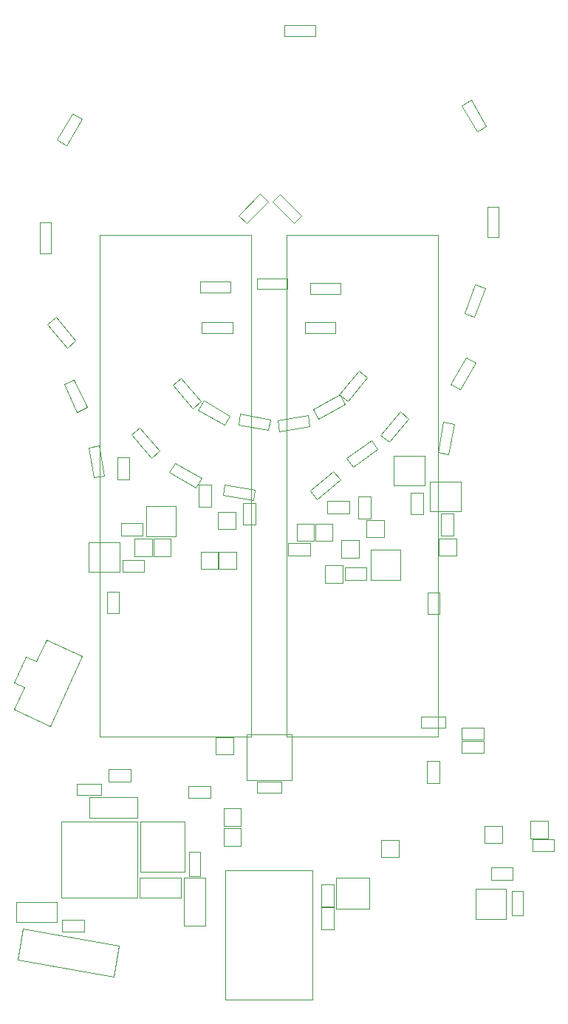
<source format=gbr>
G04 #@! TF.GenerationSoftware,KiCad,Pcbnew,5.1.5*
G04 #@! TF.CreationDate,2019-12-22T23:03:36+01:00*
G04 #@! TF.ProjectId,hh2020v1,68683230-3230-4763-912e-6b696361645f,rev?*
G04 #@! TF.SameCoordinates,Original*
G04 #@! TF.FileFunction,Other,User*
%FSLAX46Y46*%
G04 Gerber Fmt 4.6, Leading zero omitted, Abs format (unit mm)*
G04 Created by KiCad (PCBNEW 5.1.5) date 2019-12-22 23:03:36*
%MOMM*%
%LPD*%
G04 APERTURE LIST*
%ADD10C,0.050000*%
%ADD11C,0.120000*%
G04 APERTURE END LIST*
D10*
X96254040Y-152862340D02*
X92854040Y-152862340D01*
X92854040Y-152862340D02*
X92854040Y-156362340D01*
X92854040Y-156362340D02*
X96254040Y-156362340D01*
X96254040Y-156362340D02*
X96254040Y-152862340D01*
D11*
X78014222Y-103500695D02*
X78731192Y-104524635D01*
X80881254Y-101493177D02*
X78014222Y-103500695D01*
X81598224Y-102517117D02*
X80881254Y-101493177D01*
X78731192Y-104524635D02*
X81598224Y-102517117D01*
X74427020Y-55144100D02*
X74427020Y-53894100D01*
X70927020Y-55144100D02*
X74427020Y-55144100D01*
X70927020Y-53894100D02*
X70927020Y-55144100D01*
X74427020Y-53894100D02*
X70927020Y-53894100D01*
X58341176Y-104075981D02*
X57716176Y-105158513D01*
X61372264Y-105825981D02*
X58341176Y-104075981D01*
X60747264Y-106908513D02*
X61372264Y-105825981D01*
X57716176Y-105158513D02*
X60747264Y-106908513D01*
X92288939Y-62473056D02*
X91206407Y-63098056D01*
X94038939Y-65504144D02*
X92288939Y-62473056D01*
X92956407Y-66129144D02*
X94038939Y-65504144D01*
X91206407Y-63098056D02*
X92956407Y-66129144D01*
X71987127Y-76608867D02*
X72871010Y-75724983D01*
X69512253Y-74133993D02*
X71987127Y-76608867D01*
X70396137Y-73250110D02*
X69512253Y-74133993D01*
X72871010Y-75724983D02*
X70396137Y-73250110D01*
X64736920Y-84570000D02*
X64736920Y-83320000D01*
X61236920Y-84570000D02*
X64736920Y-84570000D01*
X61236920Y-83320000D02*
X61236920Y-84570000D01*
X64736920Y-83320000D02*
X61236920Y-83320000D01*
X60349565Y-97821968D02*
X61307121Y-97018484D01*
X58099808Y-95140813D02*
X60349565Y-97821968D01*
X59057364Y-94337328D02*
X58099808Y-95140813D01*
X61307121Y-97018484D02*
X59057364Y-94337328D01*
X80383532Y-94328013D02*
X79425976Y-93524528D01*
X78133775Y-97009168D02*
X80383532Y-94328013D01*
X77176219Y-96205684D02*
X78133775Y-97009168D01*
X79425976Y-93524528D02*
X77176219Y-96205684D01*
X81937708Y-100870987D02*
X82895264Y-101674472D01*
X84187465Y-98189832D02*
X81937708Y-100870987D01*
X85145021Y-98993316D02*
X84187465Y-98189832D01*
X82895264Y-101674472D02*
X85145021Y-98993316D01*
X93881225Y-84019553D02*
X92706609Y-83592028D01*
X92684154Y-87308477D02*
X93881225Y-84019553D01*
X91509538Y-86880952D02*
X92684154Y-87308477D01*
X92706609Y-83592028D02*
X91509538Y-86880952D01*
X71239320Y-84150900D02*
X71239320Y-82900900D01*
X67739320Y-84150900D02*
X71239320Y-84150900D01*
X67739320Y-82900900D02*
X67739320Y-84150900D01*
X71239320Y-82900900D02*
X67739320Y-82900900D01*
X54321275Y-100018632D02*
X53363719Y-100822116D01*
X56571032Y-102699787D02*
X54321275Y-100018632D01*
X55613476Y-103503272D02*
X56571032Y-102699787D01*
X53363719Y-100822116D02*
X55613476Y-103503272D01*
X77844164Y-97297819D02*
X77219164Y-96215287D01*
X74813076Y-99047819D02*
X77844164Y-97297819D01*
X74188076Y-97965287D02*
X74813076Y-99047819D01*
X77219164Y-96215287D02*
X74188076Y-97965287D01*
X95436120Y-74716700D02*
X94186120Y-74716700D01*
X95436120Y-78216700D02*
X95436120Y-74716700D01*
X94186120Y-78216700D02*
X95436120Y-78216700D01*
X94186120Y-74716700D02*
X94186120Y-78216700D01*
X61440120Y-87959500D02*
X61440120Y-89209500D01*
X64940120Y-87959500D02*
X61440120Y-87959500D01*
X64940120Y-89209500D02*
X64940120Y-87959500D01*
X61440120Y-89209500D02*
X64940120Y-89209500D01*
X73251120Y-87959500D02*
X73251120Y-89209500D01*
X76751120Y-87959500D02*
X73251120Y-87959500D01*
X76751120Y-89209500D02*
X76751120Y-87959500D01*
X73251120Y-89209500D02*
X76751120Y-89209500D01*
X49026698Y-105739650D02*
X50257708Y-105522589D01*
X48418930Y-102292823D02*
X49026698Y-105739650D01*
X49649940Y-102075762D02*
X48418930Y-102292823D01*
X50257708Y-105522589D02*
X49649940Y-102075762D01*
X73781370Y-99863022D02*
X73564309Y-98632012D01*
X70334543Y-100470790D02*
X73781370Y-99863022D01*
X70117482Y-99239780D02*
X70334543Y-100470790D01*
X73564309Y-98632012D02*
X70117482Y-99239780D01*
X73818532Y-107268445D02*
X74622016Y-108226001D01*
X76499687Y-105018688D02*
X73818532Y-107268445D01*
X77303172Y-105976244D02*
X76499687Y-105018688D01*
X74622016Y-108226001D02*
X77303172Y-105976244D01*
X44825401Y-67066244D02*
X45907933Y-67691244D01*
X46575401Y-64035156D02*
X44825401Y-67066244D01*
X47657933Y-64660156D02*
X46575401Y-64035156D01*
X45907933Y-67691244D02*
X47657933Y-64660156D01*
X47133671Y-98245202D02*
X48266556Y-97716929D01*
X45654507Y-95073125D02*
X47133671Y-98245202D01*
X46787392Y-94544852D02*
X45654507Y-95073125D01*
X48266556Y-97716929D02*
X46787392Y-94544852D01*
X69050497Y-100305690D02*
X69267558Y-99074680D01*
X65603670Y-99697922D02*
X69050497Y-100305690D01*
X65820731Y-98466912D02*
X65603670Y-99697922D01*
X69267558Y-99074680D02*
X65820731Y-98466912D01*
X64065823Y-106539210D02*
X63848762Y-107770220D01*
X67512650Y-107146978D02*
X64065823Y-106539210D01*
X67295589Y-108377988D02*
X67512650Y-107146978D01*
X63848762Y-107770220D02*
X67295589Y-108377988D01*
X92807039Y-92623556D02*
X91724507Y-91998556D01*
X91057039Y-95654644D02*
X92807039Y-92623556D01*
X89974507Y-95029644D02*
X91057039Y-95654644D01*
X91724507Y-91998556D02*
X89974507Y-95029644D01*
X42869420Y-80032800D02*
X44119420Y-80032800D01*
X42869420Y-76532800D02*
X42869420Y-80032800D01*
X44119420Y-76532800D02*
X42869420Y-76532800D01*
X44119420Y-80032800D02*
X44119420Y-76532800D01*
X77322620Y-84722400D02*
X77322620Y-83472400D01*
X73822620Y-84722400D02*
X77322620Y-84722400D01*
X73822620Y-83472400D02*
X73822620Y-84722400D01*
X77322620Y-83472400D02*
X73822620Y-83472400D01*
X69009187Y-74121293D02*
X68125303Y-73237410D01*
X66534313Y-76596167D02*
X69009187Y-74121293D01*
X65650430Y-75712283D02*
X66534313Y-76596167D01*
X68125303Y-73237410D02*
X65650430Y-75712283D01*
X64038564Y-99733619D02*
X64663564Y-98651087D01*
X61007476Y-97983619D02*
X64038564Y-99733619D01*
X61632476Y-96901087D02*
X61007476Y-97983619D01*
X64663564Y-98651087D02*
X61632476Y-96901087D01*
X90331110Y-99613123D02*
X89100100Y-99396062D01*
X89723342Y-103059950D02*
X90331110Y-99613123D01*
X88492332Y-102842889D02*
X89723342Y-103059950D01*
X89100100Y-99396062D02*
X88492332Y-102842889D01*
X45998565Y-90862368D02*
X46956121Y-90058884D01*
X43748808Y-88181213D02*
X45998565Y-90862368D01*
X44706364Y-87377728D02*
X43748808Y-88181213D01*
X46956121Y-90058884D02*
X44706364Y-87377728D01*
D10*
X44008954Y-134217569D02*
X47727994Y-126242060D01*
X47727994Y-126242060D02*
X43604294Y-124319147D01*
X43604294Y-124319147D02*
X42442094Y-126811494D01*
X42442094Y-126811494D02*
X41263894Y-126262090D01*
X41263894Y-126262090D02*
X39869253Y-129252906D01*
X39869253Y-129252906D02*
X41047454Y-129802309D01*
X41047454Y-129802309D02*
X39885253Y-132294656D01*
X39885253Y-132294656D02*
X44008954Y-134217569D01*
X88508520Y-135454100D02*
X88508520Y-77954100D01*
X71108520Y-135454100D02*
X88508520Y-135454100D01*
X71108520Y-77954100D02*
X71108520Y-135454100D01*
X88508520Y-77954100D02*
X71108520Y-77954100D01*
X49708520Y-77954100D02*
X49708520Y-135454100D01*
X67108520Y-77954100D02*
X49708520Y-77954100D01*
X67108520Y-135454100D02*
X67108520Y-77954100D01*
X49708520Y-135454100D02*
X67108520Y-135454100D01*
X80781420Y-117510500D02*
X84181420Y-117510500D01*
X84181420Y-117510500D02*
X84181420Y-114010500D01*
X84181420Y-114010500D02*
X80781420Y-114010500D01*
X80781420Y-114010500D02*
X80781420Y-117510500D01*
X77828520Y-117489200D02*
X80328520Y-117489200D01*
X77828520Y-117489200D02*
X77828520Y-116089200D01*
X80328520Y-116089200D02*
X80328520Y-117489200D01*
X80328520Y-116089200D02*
X77828520Y-116089200D01*
X84022440Y-147272500D02*
X82022440Y-147272500D01*
X84022440Y-147272500D02*
X84022440Y-149272500D01*
X82022440Y-149272500D02*
X82022440Y-147272500D01*
X82022440Y-149272500D02*
X84022440Y-149272500D01*
X101108520Y-145104100D02*
X99108520Y-145104100D01*
X101108520Y-145104100D02*
X101108520Y-147104100D01*
X99108520Y-147104100D02*
X99108520Y-145104100D01*
X99108520Y-147104100D02*
X101108520Y-147104100D01*
X95876620Y-145646900D02*
X93876620Y-145646900D01*
X95876620Y-145646900D02*
X95876620Y-147646900D01*
X93876620Y-147646900D02*
X93876620Y-145646900D01*
X93876620Y-147646900D02*
X95876620Y-147646900D01*
X65008520Y-135504100D02*
X63008520Y-135504100D01*
X65008520Y-135504100D02*
X65008520Y-137504100D01*
X63008520Y-137504100D02*
X63008520Y-135504100D01*
X63008520Y-137504100D02*
X65008520Y-137504100D01*
X65930020Y-143678400D02*
X63930020Y-143678400D01*
X65930020Y-143678400D02*
X65930020Y-145678400D01*
X63930020Y-145678400D02*
X63930020Y-143678400D01*
X63930020Y-145678400D02*
X65930020Y-145678400D01*
X65930020Y-145964400D02*
X63930020Y-145964400D01*
X65930020Y-145964400D02*
X65930020Y-147964400D01*
X63930020Y-147964400D02*
X63930020Y-145964400D01*
X63930020Y-147964400D02*
X65930020Y-147964400D01*
X65396620Y-114227100D02*
X63396620Y-114227100D01*
X65396620Y-114227100D02*
X65396620Y-116227100D01*
X63396620Y-116227100D02*
X63396620Y-114227100D01*
X63396620Y-116227100D02*
X65396620Y-116227100D01*
X57878220Y-112753900D02*
X55878220Y-112753900D01*
X57878220Y-112753900D02*
X57878220Y-114753900D01*
X55878220Y-114753900D02*
X55878220Y-112753900D01*
X55878220Y-114753900D02*
X57878220Y-114753900D01*
X63301120Y-114227100D02*
X61301120Y-114227100D01*
X63301120Y-114227100D02*
X63301120Y-116227100D01*
X61301120Y-116227100D02*
X61301120Y-114227100D01*
X61301120Y-116227100D02*
X63301120Y-116227100D01*
X76420220Y-111014000D02*
X74420220Y-111014000D01*
X76420220Y-111014000D02*
X76420220Y-113014000D01*
X74420220Y-113014000D02*
X74420220Y-111014000D01*
X74420220Y-113014000D02*
X76420220Y-113014000D01*
X55744620Y-112766600D02*
X53744620Y-112766600D01*
X55744620Y-112766600D02*
X55744620Y-114766600D01*
X53744620Y-114766600D02*
X53744620Y-112766600D01*
X53744620Y-114766600D02*
X55744620Y-114766600D01*
X79430120Y-112906300D02*
X77430120Y-112906300D01*
X79430120Y-112906300D02*
X79430120Y-114906300D01*
X77430120Y-114906300D02*
X77430120Y-112906300D01*
X77430120Y-114906300D02*
X79430120Y-114906300D01*
X75537820Y-117789200D02*
X77537820Y-117789200D01*
X75537820Y-117789200D02*
X75537820Y-115789200D01*
X77537820Y-115789200D02*
X77537820Y-117789200D01*
X77537820Y-115789200D02*
X75537820Y-115789200D01*
X90608520Y-112704100D02*
X88608520Y-112704100D01*
X90608520Y-112704100D02*
X90608520Y-114704100D01*
X88608520Y-114704100D02*
X88608520Y-112704100D01*
X88608520Y-114704100D02*
X90608520Y-114704100D01*
X65295020Y-109680500D02*
X63295020Y-109680500D01*
X65295020Y-109680500D02*
X65295020Y-111680500D01*
X63295020Y-111680500D02*
X63295020Y-109680500D01*
X63295020Y-111680500D02*
X65295020Y-111680500D01*
X74312020Y-111014000D02*
X72312020Y-111014000D01*
X74312020Y-111014000D02*
X74312020Y-113014000D01*
X72312020Y-113014000D02*
X72312020Y-111014000D01*
X72312020Y-113014000D02*
X74312020Y-113014000D01*
X82308520Y-110604100D02*
X80308520Y-110604100D01*
X82308520Y-110604100D02*
X82308520Y-112604100D01*
X80308520Y-112604100D02*
X80308520Y-110604100D01*
X80308520Y-112604100D02*
X82308520Y-112604100D01*
X91239020Y-135815300D02*
X93739020Y-135815300D01*
X91239020Y-135815300D02*
X91239020Y-134415300D01*
X93739020Y-134415300D02*
X93739020Y-135815300D01*
X93739020Y-134415300D02*
X91239020Y-134415300D01*
X80652520Y-151565200D02*
X76852520Y-151565200D01*
X76852520Y-151565200D02*
X76852520Y-155165200D01*
X76852520Y-155165200D02*
X80652520Y-155165200D01*
X80652520Y-155165200D02*
X80652520Y-151565200D01*
X71769520Y-140389920D02*
X66569520Y-140389920D01*
X66569520Y-140389920D02*
X66569520Y-135189920D01*
X66569520Y-135189920D02*
X71769520Y-135189920D01*
X71769520Y-135189920D02*
X71769520Y-140389920D01*
X53251420Y-139190500D02*
X50751420Y-139190500D01*
X53251420Y-139190500D02*
X53251420Y-140590500D01*
X50751420Y-140590500D02*
X50751420Y-139190500D01*
X50751420Y-140590500D02*
X53251420Y-140590500D01*
X62395420Y-141095500D02*
X59895420Y-141095500D01*
X62395420Y-141095500D02*
X62395420Y-142495500D01*
X59895420Y-142495500D02*
X59895420Y-141095500D01*
X59895420Y-142495500D02*
X62395420Y-142495500D01*
X97091820Y-150432540D02*
X94591820Y-150432540D01*
X97091820Y-150432540D02*
X97091820Y-151832540D01*
X94591820Y-151832540D02*
X94591820Y-150432540D01*
X94591820Y-151832540D02*
X97091820Y-151832540D01*
X59412020Y-151580400D02*
X61812020Y-151580400D01*
X61812020Y-151580400D02*
X61812020Y-157080400D01*
X61812020Y-157080400D02*
X59412020Y-157080400D01*
X59412020Y-157080400D02*
X59412020Y-151580400D01*
X48565620Y-144786200D02*
X48565620Y-142386200D01*
X48565620Y-142386200D02*
X54065620Y-142386200D01*
X54065620Y-142386200D02*
X54065620Y-144786200D01*
X54065620Y-144786200D02*
X48565620Y-144786200D01*
X61262020Y-151412400D02*
X61262020Y-148612400D01*
X61262020Y-151412400D02*
X59962020Y-151412400D01*
X59962020Y-148612400D02*
X61262020Y-148612400D01*
X59962020Y-148612400D02*
X59962020Y-151412400D01*
X47095520Y-142115300D02*
X49895520Y-142115300D01*
X47095520Y-142115300D02*
X47095520Y-140815300D01*
X49895520Y-140815300D02*
X49895520Y-142115300D01*
X49895520Y-140815300D02*
X47095520Y-140815300D01*
X40151820Y-156661500D02*
X44851820Y-156661500D01*
X44851820Y-156661500D02*
X44851820Y-154361500D01*
X44851820Y-154361500D02*
X40151820Y-154361500D01*
X40151820Y-156661500D02*
X40151820Y-154361500D01*
X88880720Y-109900400D02*
X88880720Y-112400400D01*
X88880720Y-109900400D02*
X90280720Y-109900400D01*
X90280720Y-112400400D02*
X88880720Y-112400400D01*
X90280720Y-112400400D02*
X90280720Y-109900400D01*
X54661120Y-110983800D02*
X52161120Y-110983800D01*
X54661120Y-110983800D02*
X54661120Y-112383800D01*
X52161120Y-112383800D02*
X52161120Y-110983800D01*
X52161120Y-112383800D02*
X54661120Y-112383800D01*
X86775520Y-109962000D02*
X86775520Y-107462000D01*
X86775520Y-109962000D02*
X85375520Y-109962000D01*
X85375520Y-107462000D02*
X86775520Y-107462000D01*
X85375520Y-107462000D02*
X85375520Y-109962000D01*
X54838920Y-115174800D02*
X52338920Y-115174800D01*
X54838920Y-115174800D02*
X54838920Y-116574800D01*
X52338920Y-116574800D02*
X52338920Y-115174800D01*
X52338920Y-116574800D02*
X54838920Y-116574800D01*
X62493120Y-109085700D02*
X62493120Y-106585700D01*
X62493120Y-109085700D02*
X61093120Y-109085700D01*
X61093120Y-106585700D02*
X62493120Y-106585700D01*
X61093120Y-106585700D02*
X61093120Y-109085700D01*
X91089420Y-109586500D02*
X91089420Y-106186500D01*
X91089420Y-106186500D02*
X87589420Y-106186500D01*
X87589420Y-106186500D02*
X87589420Y-109586500D01*
X87589420Y-109586500D02*
X91089420Y-109586500D01*
X55063920Y-112494000D02*
X58463920Y-112494000D01*
X58463920Y-112494000D02*
X58463920Y-108994000D01*
X58463920Y-108994000D02*
X55063920Y-108994000D01*
X55063920Y-108994000D02*
X55063920Y-112494000D01*
X86961920Y-106690900D02*
X86961920Y-103290900D01*
X86961920Y-103290900D02*
X83461920Y-103290900D01*
X83461920Y-103290900D02*
X83461920Y-106690900D01*
X83461920Y-106690900D02*
X86961920Y-106690900D01*
X51973420Y-116558800D02*
X51973420Y-113158800D01*
X51973420Y-113158800D02*
X48473420Y-113158800D01*
X48473420Y-113158800D02*
X48473420Y-116558800D01*
X48473420Y-116558800D02*
X51973420Y-116558800D01*
X74108520Y-165552140D02*
X74108520Y-150752140D01*
X64108520Y-165552140D02*
X64108520Y-150752140D01*
X64108520Y-165552140D02*
X74108520Y-165552140D01*
X64108520Y-150752140D02*
X74108520Y-150752140D01*
X59453620Y-145182200D02*
X54353620Y-145182200D01*
X59453620Y-145182200D02*
X59453620Y-150892200D01*
X54353620Y-150892200D02*
X54353620Y-145182200D01*
X54353620Y-150892200D02*
X59453620Y-150892200D01*
X40916198Y-157424380D02*
X51946045Y-159369240D01*
X51946045Y-159369240D02*
X51320911Y-162914548D01*
X51320911Y-162914548D02*
X40291064Y-160969688D01*
X40291064Y-160969688D02*
X40916198Y-157424380D01*
X67585820Y-111155800D02*
X67585820Y-108655800D01*
X67585820Y-111155800D02*
X66185820Y-111155800D01*
X66185820Y-108655800D02*
X67585820Y-108655800D01*
X66185820Y-108655800D02*
X66185820Y-111155800D01*
X73812720Y-113295200D02*
X71312720Y-113295200D01*
X73812720Y-113295200D02*
X73812720Y-114695200D01*
X71312720Y-114695200D02*
X71312720Y-113295200D01*
X71312720Y-114695200D02*
X73812720Y-114695200D01*
X75833920Y-109856500D02*
X78333920Y-109856500D01*
X75833920Y-109856500D02*
X75833920Y-108456500D01*
X78333920Y-108456500D02*
X78333920Y-109856500D01*
X78333920Y-108456500D02*
X75833920Y-108456500D01*
X87255120Y-138259500D02*
X87255120Y-140759500D01*
X87255120Y-138259500D02*
X88655120Y-138259500D01*
X88655120Y-140759500D02*
X87255120Y-140759500D01*
X88655120Y-140759500D02*
X88655120Y-138259500D01*
X88693220Y-121404700D02*
X88693220Y-118904700D01*
X88693220Y-121404700D02*
X87293220Y-121404700D01*
X87293220Y-118904700D02*
X88693220Y-118904700D01*
X87293220Y-118904700D02*
X87293220Y-121404700D01*
X51952120Y-121328500D02*
X51952120Y-118828500D01*
X51952120Y-121328500D02*
X50552120Y-121328500D01*
X50552120Y-118828500D02*
X51952120Y-118828500D01*
X50552120Y-118828500D02*
X50552120Y-121328500D01*
X80768420Y-110419200D02*
X80768420Y-107919200D01*
X80768420Y-110419200D02*
X79368420Y-110419200D01*
X79368420Y-107919200D02*
X80768420Y-107919200D01*
X79368420Y-107919200D02*
X79368420Y-110419200D01*
X53133220Y-105961500D02*
X53133220Y-103461500D01*
X53133220Y-105961500D02*
X51733220Y-105961500D01*
X51733220Y-103461500D02*
X53133220Y-103461500D01*
X51733220Y-103461500D02*
X51733220Y-105961500D01*
X47904720Y-156411700D02*
X45404720Y-156411700D01*
X47904720Y-156411700D02*
X47904720Y-157811700D01*
X45404720Y-157811700D02*
X45404720Y-156411700D01*
X45404720Y-157811700D02*
X47904720Y-157811700D01*
X101816220Y-147166100D02*
X99316220Y-147166100D01*
X101816220Y-147166100D02*
X101816220Y-148566100D01*
X99316220Y-148566100D02*
X99316220Y-147166100D01*
X99316220Y-148566100D02*
X101816220Y-148566100D01*
X76544400Y-157525340D02*
X76544400Y-155025340D01*
X76544400Y-157525340D02*
X75144400Y-157525340D01*
X75144400Y-155025340D02*
X76544400Y-155025340D01*
X75144400Y-155025340D02*
X75144400Y-157525340D01*
X76544400Y-154883740D02*
X76544400Y-152383740D01*
X76544400Y-154883740D02*
X75144400Y-154883740D01*
X75144400Y-152383740D02*
X76544400Y-152383740D01*
X75144400Y-152383740D02*
X75144400Y-154883740D01*
X91226320Y-137326600D02*
X93726320Y-137326600D01*
X91226320Y-137326600D02*
X91226320Y-135926600D01*
X93726320Y-135926600D02*
X93726320Y-137326600D01*
X93726320Y-135926600D02*
X91226320Y-135926600D01*
X45352720Y-153879800D02*
X45352720Y-145179800D01*
X45352720Y-153879800D02*
X54052720Y-153879800D01*
X54052720Y-153879800D02*
X54052720Y-145179800D01*
X45352720Y-145179800D02*
X54052720Y-145179800D01*
X59036720Y-151592900D02*
X59036720Y-153892900D01*
X54336720Y-153892900D02*
X59036720Y-153892900D01*
X54336720Y-151592900D02*
X54336720Y-153892900D01*
X59036720Y-151592900D02*
X54336720Y-151592900D01*
X98226640Y-155956460D02*
X98226640Y-153156460D01*
X98226640Y-155956460D02*
X96926640Y-155956460D01*
X96926640Y-153156460D02*
X98226640Y-153156460D01*
X96926640Y-153156460D02*
X96926640Y-155956460D01*
X70576900Y-140612100D02*
X67776900Y-140612100D01*
X70576900Y-140612100D02*
X70576900Y-141912100D01*
X67776900Y-141912100D02*
X67776900Y-140612100D01*
X67776900Y-141912100D02*
X70576900Y-141912100D01*
X86567820Y-134431800D02*
X89367820Y-134431800D01*
X86567820Y-134431800D02*
X86567820Y-133131800D01*
X89367820Y-133131800D02*
X89367820Y-134431800D01*
X89367820Y-133131800D02*
X86567820Y-133131800D01*
M02*

</source>
